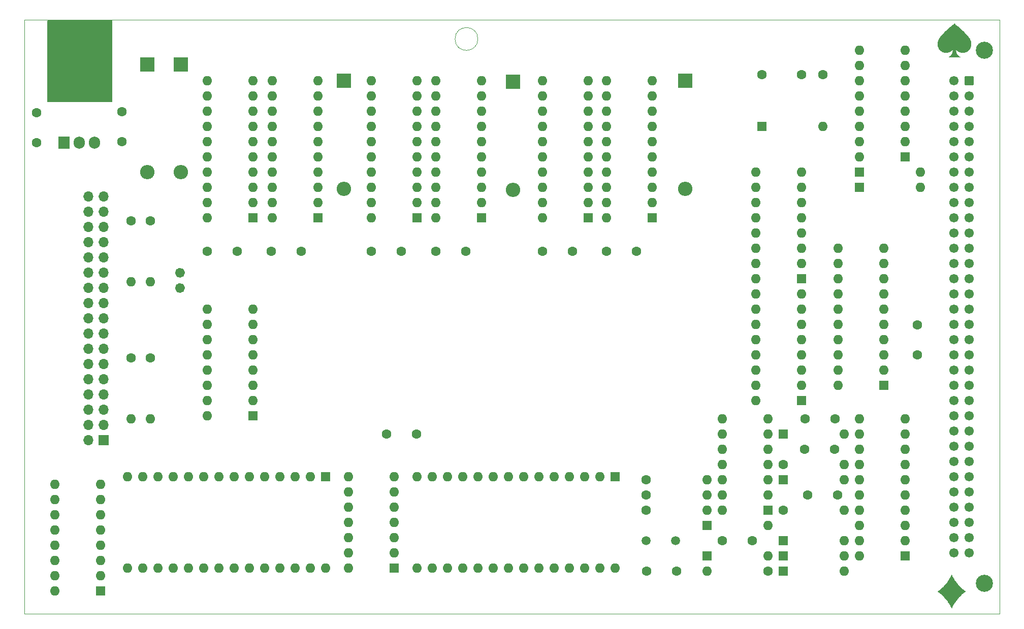
<source format=gbr>
%TF.GenerationSoftware,KiCad,Pcbnew,6.0.8-f2edbf62ab~116~ubuntu22.04.1*%
%TF.CreationDate,2022-10-02T00:14:38+02:00*%
%TF.ProjectId,ql_trump_v2_disk_interface,716c5f74-7275-46d7-905f-76325f646973,01*%
%TF.SameCoordinates,Original*%
%TF.FileFunction,Soldermask,Top*%
%TF.FilePolarity,Negative*%
%FSLAX46Y46*%
G04 Gerber Fmt 4.6, Leading zero omitted, Abs format (unit mm)*
G04 Created by KiCad (PCBNEW 6.0.8-f2edbf62ab~116~ubuntu22.04.1) date 2022-10-02 00:14:38*
%MOMM*%
%LPD*%
G01*
G04 APERTURE LIST*
G04 Aperture macros list*
%AMRoundRect*
0 Rectangle with rounded corners*
0 $1 Rounding radius*
0 $2 $3 $4 $5 $6 $7 $8 $9 X,Y pos of 4 corners*
0 Add a 4 corners polygon primitive as box body*
4,1,4,$2,$3,$4,$5,$6,$7,$8,$9,$2,$3,0*
0 Add four circle primitives for the rounded corners*
1,1,$1+$1,$2,$3*
1,1,$1+$1,$4,$5*
1,1,$1+$1,$6,$7*
1,1,$1+$1,$8,$9*
0 Add four rect primitives between the rounded corners*
20,1,$1+$1,$2,$3,$4,$5,0*
20,1,$1+$1,$4,$5,$6,$7,0*
20,1,$1+$1,$6,$7,$8,$9,0*
20,1,$1+$1,$8,$9,$2,$3,0*%
G04 Aperture macros list end*
%ADD10C,0.010000*%
%ADD11C,0.812000*%
%TA.AperFunction,Profile*%
%ADD12C,0.050000*%
%TD*%
%ADD13O,3.500000X3.500000*%
%ADD14R,1.905000X2.000000*%
%ADD15O,1.905000X2.000000*%
%ADD16R,1.600000X1.600000*%
%ADD17O,1.600000X1.600000*%
%ADD18C,1.600000*%
%ADD19R,2.400000X2.400000*%
%ADD20O,2.400000X2.400000*%
%ADD21C,2.850000*%
%ADD22RoundRect,0.249999X-0.525001X0.525001X-0.525001X-0.525001X0.525001X-0.525001X0.525001X0.525001X0*%
%ADD23C,1.550000*%
%ADD24C,1.500000*%
%ADD25R,1.700000X1.700000*%
%ADD26O,1.700000X1.700000*%
G04 APERTURE END LIST*
D10*
G36*
X193365160Y-136864966D02*
G01*
X193365363Y-136865210D01*
X193365566Y-136865463D01*
X193365768Y-136865723D01*
X193366174Y-136866259D01*
X193366580Y-136866807D01*
X193368907Y-136874136D01*
X193372086Y-136882527D01*
X193376170Y-136892182D01*
X193381212Y-136903306D01*
X193394383Y-136930768D01*
X193412027Y-136966538D01*
X193463770Y-137069922D01*
X193535455Y-137208314D01*
X193578526Y-137288488D01*
X193626281Y-137374835D01*
X193678621Y-137466494D01*
X193735446Y-137562607D01*
X193796683Y-137662352D01*
X193862355Y-137765292D01*
X193932503Y-137871003D01*
X194007167Y-137979066D01*
X194086390Y-138089056D01*
X194170211Y-138200553D01*
X194258671Y-138313134D01*
X194351813Y-138426377D01*
X194449416Y-138539719D01*
X194550247Y-138652054D01*
X194652824Y-138762147D01*
X194755667Y-138868760D01*
X194857295Y-138970658D01*
X194956226Y-139066605D01*
X195050980Y-139155366D01*
X195140075Y-139235703D01*
X195182058Y-139272342D01*
X195222248Y-139306641D01*
X195260645Y-139338681D01*
X195297249Y-139368540D01*
X195332063Y-139396297D01*
X195365086Y-139422031D01*
X195425765Y-139467744D01*
X195479291Y-139506309D01*
X195525672Y-139538359D01*
X195564914Y-139564524D01*
X195597023Y-139585435D01*
X195617771Y-139598734D01*
X195626804Y-139604384D01*
X195635135Y-139609437D01*
X195642909Y-139613946D01*
X195650270Y-139617964D01*
X195657362Y-139621545D01*
X195660852Y-139623188D01*
X195664329Y-139624741D01*
X195657363Y-139627902D01*
X195650271Y-139631466D01*
X195642911Y-139635483D01*
X195635137Y-139640000D01*
X195626805Y-139645066D01*
X195617772Y-139650731D01*
X195597023Y-139664048D01*
X195525673Y-139711108D01*
X195479292Y-139743147D01*
X195425765Y-139781708D01*
X195365087Y-139827428D01*
X195297250Y-139880942D01*
X195222248Y-139942888D01*
X195140075Y-140013901D01*
X195050980Y-140094234D01*
X194956226Y-140182980D01*
X194857295Y-140278908D01*
X194755667Y-140380784D01*
X194652824Y-140487374D01*
X194550247Y-140597447D01*
X194449416Y-140709768D01*
X194351813Y-140823105D01*
X194258671Y-140936384D01*
X194170210Y-141048981D01*
X194086389Y-141160480D01*
X194007167Y-141270463D01*
X193932502Y-141378511D01*
X193862355Y-141484208D01*
X193796683Y-141587135D01*
X193735446Y-141686875D01*
X193678621Y-141782988D01*
X193626281Y-141874648D01*
X193578526Y-141960995D01*
X193535455Y-142041169D01*
X193497170Y-142114311D01*
X193463770Y-142179560D01*
X193412027Y-142282944D01*
X193394385Y-142318663D01*
X193387266Y-142333329D01*
X193381212Y-142346131D01*
X193376169Y-142357268D01*
X193372084Y-142366938D01*
X193370385Y-142371286D01*
X193368906Y-142375341D01*
X193367639Y-142379130D01*
X193366580Y-142382676D01*
X193364957Y-142384751D01*
X193363334Y-142382676D01*
X193360998Y-142375341D01*
X193357815Y-142366938D01*
X193353732Y-142357268D01*
X193348691Y-142346131D01*
X193335518Y-142318663D01*
X193317852Y-142282944D01*
X193266108Y-142179560D01*
X193194423Y-142041169D01*
X193151353Y-141960995D01*
X193103598Y-141874648D01*
X193051258Y-141782988D01*
X192994434Y-141686875D01*
X192933198Y-141587135D01*
X192867530Y-141484208D01*
X192797387Y-141378511D01*
X192722729Y-141270463D01*
X192643512Y-141160480D01*
X192559696Y-141048981D01*
X192471239Y-140936384D01*
X192378099Y-140823105D01*
X192280485Y-140709768D01*
X192179647Y-140597447D01*
X192077065Y-140487374D01*
X191974221Y-140380784D01*
X191872595Y-140278908D01*
X191773668Y-140182980D01*
X191678922Y-140094234D01*
X191589837Y-140013901D01*
X191547848Y-139977221D01*
X191507654Y-139942888D01*
X191469255Y-139910821D01*
X191432648Y-139880942D01*
X191397833Y-139853171D01*
X191364810Y-139827428D01*
X191304131Y-139781708D01*
X191250605Y-139743147D01*
X191204222Y-139711108D01*
X191164975Y-139684954D01*
X191132856Y-139664048D01*
X191112111Y-139650731D01*
X191103081Y-139645066D01*
X191094752Y-139640000D01*
X191086980Y-139635483D01*
X191079620Y-139631466D01*
X191076048Y-139629631D01*
X191072525Y-139627902D01*
X191069031Y-139626274D01*
X191065550Y-139624741D01*
X191072526Y-139621545D01*
X191079622Y-139617964D01*
X191086983Y-139613946D01*
X191094755Y-139609437D01*
X191103083Y-139604384D01*
X191112112Y-139598734D01*
X191132856Y-139585435D01*
X191204222Y-139538359D01*
X191250605Y-139506309D01*
X191304132Y-139467744D01*
X191364810Y-139422031D01*
X191432649Y-139368540D01*
X191507655Y-139306641D01*
X191589837Y-139235703D01*
X191678922Y-139155366D01*
X191773668Y-139066605D01*
X191872595Y-138970658D01*
X191974221Y-138868760D01*
X192077065Y-138762147D01*
X192179647Y-138652054D01*
X192280485Y-138539719D01*
X192378099Y-138426377D01*
X192471239Y-138313134D01*
X192559696Y-138200553D01*
X192643512Y-138089056D01*
X192722728Y-137979066D01*
X192797387Y-137871003D01*
X192867530Y-137765292D01*
X192933198Y-137662352D01*
X192994434Y-137562607D01*
X193051258Y-137466494D01*
X193103598Y-137374835D01*
X193151353Y-137288488D01*
X193194423Y-137208314D01*
X193232708Y-137135172D01*
X193266108Y-137069922D01*
X193317852Y-136966538D01*
X193335522Y-136930768D01*
X193342644Y-136916100D01*
X193348698Y-136903306D01*
X193353738Y-136892182D01*
X193357821Y-136882527D01*
X193359521Y-136878186D01*
X193361001Y-136874136D01*
X193362270Y-136870351D01*
X193363334Y-136866807D01*
X193363740Y-136866259D01*
X193364145Y-136865723D01*
X193364348Y-136865463D01*
X193364551Y-136865210D01*
X193364754Y-136864966D01*
X193364957Y-136864731D01*
X193365160Y-136864966D01*
G37*
X193365160Y-136864966D02*
X193365363Y-136865210D01*
X193365566Y-136865463D01*
X193365768Y-136865723D01*
X193366174Y-136866259D01*
X193366580Y-136866807D01*
X193368907Y-136874136D01*
X193372086Y-136882527D01*
X193376170Y-136892182D01*
X193381212Y-136903306D01*
X193394383Y-136930768D01*
X193412027Y-136966538D01*
X193463770Y-137069922D01*
X193535455Y-137208314D01*
X193578526Y-137288488D01*
X193626281Y-137374835D01*
X193678621Y-137466494D01*
X193735446Y-137562607D01*
X193796683Y-137662352D01*
X193862355Y-137765292D01*
X193932503Y-137871003D01*
X194007167Y-137979066D01*
X194086390Y-138089056D01*
X194170211Y-138200553D01*
X194258671Y-138313134D01*
X194351813Y-138426377D01*
X194449416Y-138539719D01*
X194550247Y-138652054D01*
X194652824Y-138762147D01*
X194755667Y-138868760D01*
X194857295Y-138970658D01*
X194956226Y-139066605D01*
X195050980Y-139155366D01*
X195140075Y-139235703D01*
X195182058Y-139272342D01*
X195222248Y-139306641D01*
X195260645Y-139338681D01*
X195297249Y-139368540D01*
X195332063Y-139396297D01*
X195365086Y-139422031D01*
X195425765Y-139467744D01*
X195479291Y-139506309D01*
X195525672Y-139538359D01*
X195564914Y-139564524D01*
X195597023Y-139585435D01*
X195617771Y-139598734D01*
X195626804Y-139604384D01*
X195635135Y-139609437D01*
X195642909Y-139613946D01*
X195650270Y-139617964D01*
X195657362Y-139621545D01*
X195660852Y-139623188D01*
X195664329Y-139624741D01*
X195657363Y-139627902D01*
X195650271Y-139631466D01*
X195642911Y-139635483D01*
X195635137Y-139640000D01*
X195626805Y-139645066D01*
X195617772Y-139650731D01*
X195597023Y-139664048D01*
X195525673Y-139711108D01*
X195479292Y-139743147D01*
X195425765Y-139781708D01*
X195365087Y-139827428D01*
X195297250Y-139880942D01*
X195222248Y-139942888D01*
X195140075Y-140013901D01*
X195050980Y-140094234D01*
X194956226Y-140182980D01*
X194857295Y-140278908D01*
X194755667Y-140380784D01*
X194652824Y-140487374D01*
X194550247Y-140597447D01*
X194449416Y-140709768D01*
X194351813Y-140823105D01*
X194258671Y-140936384D01*
X194170210Y-141048981D01*
X194086389Y-141160480D01*
X194007167Y-141270463D01*
X193932502Y-141378511D01*
X193862355Y-141484208D01*
X193796683Y-141587135D01*
X193735446Y-141686875D01*
X193678621Y-141782988D01*
X193626281Y-141874648D01*
X193578526Y-141960995D01*
X193535455Y-142041169D01*
X193497170Y-142114311D01*
X193463770Y-142179560D01*
X193412027Y-142282944D01*
X193394385Y-142318663D01*
X193387266Y-142333329D01*
X193381212Y-142346131D01*
X193376169Y-142357268D01*
X193372084Y-142366938D01*
X193370385Y-142371286D01*
X193368906Y-142375341D01*
X193367639Y-142379130D01*
X193366580Y-142382676D01*
X193364957Y-142384751D01*
X193363334Y-142382676D01*
X193360998Y-142375341D01*
X193357815Y-142366938D01*
X193353732Y-142357268D01*
X193348691Y-142346131D01*
X193335518Y-142318663D01*
X193317852Y-142282944D01*
X193266108Y-142179560D01*
X193194423Y-142041169D01*
X193151353Y-141960995D01*
X193103598Y-141874648D01*
X193051258Y-141782988D01*
X192994434Y-141686875D01*
X192933198Y-141587135D01*
X192867530Y-141484208D01*
X192797387Y-141378511D01*
X192722729Y-141270463D01*
X192643512Y-141160480D01*
X192559696Y-141048981D01*
X192471239Y-140936384D01*
X192378099Y-140823105D01*
X192280485Y-140709768D01*
X192179647Y-140597447D01*
X192077065Y-140487374D01*
X191974221Y-140380784D01*
X191872595Y-140278908D01*
X191773668Y-140182980D01*
X191678922Y-140094234D01*
X191589837Y-140013901D01*
X191547848Y-139977221D01*
X191507654Y-139942888D01*
X191469255Y-139910821D01*
X191432648Y-139880942D01*
X191397833Y-139853171D01*
X191364810Y-139827428D01*
X191304131Y-139781708D01*
X191250605Y-139743147D01*
X191204222Y-139711108D01*
X191164975Y-139684954D01*
X191132856Y-139664048D01*
X191112111Y-139650731D01*
X191103081Y-139645066D01*
X191094752Y-139640000D01*
X191086980Y-139635483D01*
X191079620Y-139631466D01*
X191076048Y-139629631D01*
X191072525Y-139627902D01*
X191069031Y-139626274D01*
X191065550Y-139624741D01*
X191072526Y-139621545D01*
X191079622Y-139617964D01*
X191086983Y-139613946D01*
X191094755Y-139609437D01*
X191103083Y-139604384D01*
X191112112Y-139598734D01*
X191132856Y-139585435D01*
X191204222Y-139538359D01*
X191250605Y-139506309D01*
X191304132Y-139467744D01*
X191364810Y-139422031D01*
X191432649Y-139368540D01*
X191507655Y-139306641D01*
X191589837Y-139235703D01*
X191678922Y-139155366D01*
X191773668Y-139066605D01*
X191872595Y-138970658D01*
X191974221Y-138868760D01*
X192077065Y-138762147D01*
X192179647Y-138652054D01*
X192280485Y-138539719D01*
X192378099Y-138426377D01*
X192471239Y-138313134D01*
X192559696Y-138200553D01*
X192643512Y-138089056D01*
X192722728Y-137979066D01*
X192797387Y-137871003D01*
X192867530Y-137765292D01*
X192933198Y-137662352D01*
X192994434Y-137562607D01*
X193051258Y-137466494D01*
X193103598Y-137374835D01*
X193151353Y-137288488D01*
X193194423Y-137208314D01*
X193232708Y-137135172D01*
X193266108Y-137069922D01*
X193317852Y-136966538D01*
X193335522Y-136930768D01*
X193342644Y-136916100D01*
X193348698Y-136903306D01*
X193353738Y-136892182D01*
X193357821Y-136882527D01*
X193359521Y-136878186D01*
X193361001Y-136874136D01*
X193362270Y-136870351D01*
X193363334Y-136866807D01*
X193363740Y-136866259D01*
X193364145Y-136865723D01*
X193364348Y-136865463D01*
X193364551Y-136865210D01*
X193364754Y-136864966D01*
X193364957Y-136864731D01*
X193365160Y-136864966D01*
D11*
X65176000Y-89027000D02*
G75*
G03*
X65176000Y-89027000I-406000J0D01*
G01*
D10*
G36*
X194041864Y-45110732D02*
G01*
X194265583Y-45294922D01*
X194495796Y-45489619D01*
X194614355Y-45592534D01*
X194735757Y-45700028D01*
X194860111Y-45812524D01*
X194986266Y-45928935D01*
X195112779Y-46047923D01*
X195238207Y-46168152D01*
X195361109Y-46288284D01*
X195480039Y-46406981D01*
X195593557Y-46522906D01*
X195700219Y-46634720D01*
X195798887Y-46741421D01*
X195889659Y-46843035D01*
X195972941Y-46939915D01*
X196049139Y-47032410D01*
X196118658Y-47120871D01*
X196181904Y-47205649D01*
X196239284Y-47287093D01*
X196291202Y-47365555D01*
X196315232Y-47403770D01*
X196338033Y-47441341D01*
X196359640Y-47478293D01*
X196380086Y-47514649D01*
X196399406Y-47550433D01*
X196417635Y-47585668D01*
X196434806Y-47620378D01*
X196450954Y-47654587D01*
X196466113Y-47688318D01*
X196480318Y-47721595D01*
X196506000Y-47786881D01*
X196528274Y-47850633D01*
X196547415Y-47913041D01*
X196563646Y-47974373D01*
X196570682Y-48004742D01*
X196576994Y-48034991D01*
X196582580Y-48065178D01*
X196587437Y-48095360D01*
X196591563Y-48125597D01*
X196594954Y-48155945D01*
X196597609Y-48186464D01*
X196599524Y-48217212D01*
X196600697Y-48248245D01*
X196601125Y-48279624D01*
X196600805Y-48311405D01*
X196599736Y-48343646D01*
X196597913Y-48376407D01*
X196595335Y-48409745D01*
X196587859Y-48478226D01*
X196577120Y-48548762D01*
X196570453Y-48584649D01*
X196562884Y-48620869D01*
X196554382Y-48657360D01*
X196544920Y-48694062D01*
X196534467Y-48730914D01*
X196522995Y-48767855D01*
X196510475Y-48804826D01*
X196496878Y-48841765D01*
X196482175Y-48878612D01*
X196466336Y-48915305D01*
X196449333Y-48951786D01*
X196431137Y-48987992D01*
X196411732Y-49023819D01*
X196391153Y-49059258D01*
X196369446Y-49094249D01*
X196346658Y-49128737D01*
X196322832Y-49162663D01*
X196298016Y-49195970D01*
X196272255Y-49228601D01*
X196245594Y-49260499D01*
X196218079Y-49291605D01*
X196189756Y-49321863D01*
X196160670Y-49351214D01*
X196130868Y-49379603D01*
X196100394Y-49406971D01*
X196069295Y-49433261D01*
X196037616Y-49458415D01*
X196005403Y-49482377D01*
X195972691Y-49505078D01*
X195939508Y-49526552D01*
X195905869Y-49546819D01*
X195871787Y-49565903D01*
X195837278Y-49583826D01*
X195802355Y-49600608D01*
X195767034Y-49616274D01*
X195731328Y-49630845D01*
X195695252Y-49644342D01*
X195658820Y-49656789D01*
X195622047Y-49668208D01*
X195584947Y-49678620D01*
X195547534Y-49688048D01*
X195509824Y-49696514D01*
X195471829Y-49704040D01*
X195433566Y-49710648D01*
X195395042Y-49716376D01*
X195356284Y-49721182D01*
X195317311Y-49725040D01*
X195278142Y-49727923D01*
X195238795Y-49729806D01*
X195199290Y-49730662D01*
X195159647Y-49730464D01*
X195119883Y-49729188D01*
X195080019Y-49726805D01*
X195040072Y-49723290D01*
X195000063Y-49718617D01*
X194960011Y-49712760D01*
X194919933Y-49705691D01*
X194879851Y-49697385D01*
X194839782Y-49687816D01*
X194799745Y-49676957D01*
X194759768Y-49664771D01*
X194719911Y-49651306D01*
X194680243Y-49636594D01*
X194640830Y-49620665D01*
X194601740Y-49603551D01*
X194563042Y-49585283D01*
X194524802Y-49565893D01*
X194487090Y-49545411D01*
X194449971Y-49523869D01*
X194413515Y-49501298D01*
X194377789Y-49477730D01*
X194342860Y-49453196D01*
X194308797Y-49427727D01*
X194275667Y-49401355D01*
X194243538Y-49374110D01*
X194212478Y-49346024D01*
X194190237Y-49324763D01*
X194168608Y-49303105D01*
X194147559Y-49281063D01*
X194127058Y-49258652D01*
X194107070Y-49235887D01*
X194087565Y-49212781D01*
X194068509Y-49189348D01*
X194049869Y-49165604D01*
X194054078Y-49250763D01*
X194058592Y-49331620D01*
X194063777Y-49408814D01*
X194069999Y-49482987D01*
X194074640Y-49529050D01*
X194079946Y-49574751D01*
X194086015Y-49619923D01*
X194092946Y-49664399D01*
X194100837Y-49708010D01*
X194109787Y-49750590D01*
X194119895Y-49791971D01*
X194131258Y-49831986D01*
X194137441Y-49851415D01*
X194143975Y-49870489D01*
X194150871Y-49889234D01*
X194158142Y-49907675D01*
X194165801Y-49925838D01*
X194173859Y-49943748D01*
X194182329Y-49961431D01*
X194191224Y-49978913D01*
X194200556Y-49996218D01*
X194210336Y-50013374D01*
X194220578Y-50030404D01*
X194231294Y-50047335D01*
X194242497Y-50064193D01*
X194254197Y-50081002D01*
X194266409Y-50097789D01*
X194279144Y-50114579D01*
X194292411Y-50131407D01*
X194306168Y-50148220D01*
X194320373Y-50164973D01*
X194334983Y-50181626D01*
X194349956Y-50198136D01*
X194365249Y-50214460D01*
X194380819Y-50230557D01*
X194396625Y-50246384D01*
X194412622Y-50261900D01*
X194428769Y-50277061D01*
X194445024Y-50291826D01*
X194461342Y-50306153D01*
X194477683Y-50319999D01*
X194494002Y-50333322D01*
X194510259Y-50346080D01*
X194526409Y-50358231D01*
X194542409Y-50369743D01*
X194558210Y-50380623D01*
X194573763Y-50390885D01*
X194589021Y-50400544D01*
X194603933Y-50409613D01*
X194618452Y-50418107D01*
X194632529Y-50426040D01*
X194646114Y-50433426D01*
X194671617Y-50446618D01*
X194694572Y-50457795D01*
X194714589Y-50467072D01*
X194731278Y-50474564D01*
X194743841Y-50480404D01*
X194747843Y-50482761D01*
X194749856Y-50484774D01*
X194750005Y-50485660D01*
X194749524Y-50486468D01*
X194746494Y-50487866D01*
X194740414Y-50488991D01*
X194730930Y-50489869D01*
X194700334Y-50490973D01*
X194651878Y-50491370D01*
X194490079Y-50490799D01*
X193821383Y-50487992D01*
X193152680Y-50490799D01*
X193060029Y-50491248D01*
X193022698Y-50491362D01*
X192990891Y-50491370D01*
X192964255Y-50491248D01*
X192942437Y-50490973D01*
X192925084Y-50490521D01*
X192917971Y-50490222D01*
X192911842Y-50489869D01*
X192906652Y-50489460D01*
X192902357Y-50488991D01*
X192898913Y-50488461D01*
X192896276Y-50487866D01*
X192894402Y-50487202D01*
X192893737Y-50486844D01*
X192893246Y-50486468D01*
X192892924Y-50486073D01*
X192892765Y-50485660D01*
X192892763Y-50485227D01*
X192892914Y-50484774D01*
X192893210Y-50484302D01*
X192893648Y-50483809D01*
X192894925Y-50482761D01*
X192896699Y-50481627D01*
X192898927Y-50480404D01*
X192904566Y-50477679D01*
X192911488Y-50474564D01*
X192948189Y-50457795D01*
X192971142Y-50446618D01*
X192996643Y-50433426D01*
X193024304Y-50418107D01*
X193053736Y-50400544D01*
X193068994Y-50390885D01*
X193084548Y-50380623D01*
X193100351Y-50369743D01*
X193116352Y-50358231D01*
X193132503Y-50346080D01*
X193148761Y-50333322D01*
X193165081Y-50319999D01*
X193181423Y-50306153D01*
X193197742Y-50291826D01*
X193213997Y-50277061D01*
X193246142Y-50246384D01*
X193277517Y-50214460D01*
X193292809Y-50198136D01*
X193307781Y-50181626D01*
X193322389Y-50164973D01*
X193336592Y-50148220D01*
X193350346Y-50131407D01*
X193363609Y-50114579D01*
X193376346Y-50097789D01*
X193388560Y-50081002D01*
X193400263Y-50064193D01*
X193411467Y-50047335D01*
X193422184Y-50030404D01*
X193432428Y-50013374D01*
X193442210Y-49996218D01*
X193451542Y-49978913D01*
X193460437Y-49961431D01*
X193468908Y-49943748D01*
X193476967Y-49925838D01*
X193484626Y-49907675D01*
X193491897Y-49889234D01*
X193498793Y-49870489D01*
X193505326Y-49851415D01*
X193511509Y-49831986D01*
X193522873Y-49791971D01*
X193532980Y-49750590D01*
X193541931Y-49708010D01*
X193549822Y-49664399D01*
X193556753Y-49619923D01*
X193562822Y-49574751D01*
X193568127Y-49529050D01*
X193572766Y-49482987D01*
X193578984Y-49408814D01*
X193584163Y-49331620D01*
X193588675Y-49250763D01*
X193592895Y-49165604D01*
X193574250Y-49189313D01*
X193555187Y-49212729D01*
X193535676Y-49235833D01*
X193515683Y-49258606D01*
X193495176Y-49281031D01*
X193474122Y-49303088D01*
X193452489Y-49324758D01*
X193430245Y-49346024D01*
X193399182Y-49374110D01*
X193367051Y-49401355D01*
X193333918Y-49427727D01*
X193299852Y-49453196D01*
X193264920Y-49477730D01*
X193229190Y-49501298D01*
X193192730Y-49523869D01*
X193155608Y-49545411D01*
X193117892Y-49565893D01*
X193079649Y-49585283D01*
X193040948Y-49603551D01*
X193001856Y-49620665D01*
X192962441Y-49636594D01*
X192922771Y-49651306D01*
X192882913Y-49664771D01*
X192842937Y-49676957D01*
X192792884Y-49690315D01*
X192742788Y-49701674D01*
X192692686Y-49711085D01*
X192642615Y-49718598D01*
X192592613Y-49724263D01*
X192542717Y-49728129D01*
X192492964Y-49730247D01*
X192443392Y-49730668D01*
X192413752Y-49730143D01*
X192384200Y-49729033D01*
X192354745Y-49727348D01*
X192325392Y-49725098D01*
X192296151Y-49722293D01*
X192267027Y-49718943D01*
X192238029Y-49715058D01*
X192209164Y-49710648D01*
X192170898Y-49704040D01*
X192132900Y-49696514D01*
X192095186Y-49688048D01*
X192057768Y-49678620D01*
X192020664Y-49668208D01*
X191983886Y-49656789D01*
X191947449Y-49644342D01*
X191911368Y-49630845D01*
X191875658Y-49616274D01*
X191840333Y-49600608D01*
X191805407Y-49583826D01*
X191770896Y-49565903D01*
X191736813Y-49546819D01*
X191703174Y-49526552D01*
X191669993Y-49505078D01*
X191637284Y-49482377D01*
X191605068Y-49458415D01*
X191573387Y-49433261D01*
X191542286Y-49406971D01*
X191511810Y-49379603D01*
X191482006Y-49351214D01*
X191452919Y-49321863D01*
X191424595Y-49291605D01*
X191397079Y-49260499D01*
X191370418Y-49228601D01*
X191344656Y-49195970D01*
X191319840Y-49162663D01*
X191296016Y-49128737D01*
X191273228Y-49094249D01*
X191251523Y-49059258D01*
X191230946Y-49023819D01*
X191211543Y-48987992D01*
X191193348Y-48951786D01*
X191176346Y-48915305D01*
X191160508Y-48878612D01*
X191145804Y-48841765D01*
X191132206Y-48804826D01*
X191119684Y-48767855D01*
X191108211Y-48730914D01*
X191097758Y-48694062D01*
X191088294Y-48657360D01*
X191079792Y-48620869D01*
X191072223Y-48584649D01*
X191065557Y-48548762D01*
X191054821Y-48478226D01*
X191047354Y-48409745D01*
X191044778Y-48376407D01*
X191042959Y-48343646D01*
X191041894Y-48311405D01*
X191041579Y-48279624D01*
X191042013Y-48248245D01*
X191043191Y-48217212D01*
X191045112Y-48186464D01*
X191047772Y-48155945D01*
X191051168Y-48125597D01*
X191055298Y-48095360D01*
X191060158Y-48065178D01*
X191065745Y-48034991D01*
X191072058Y-48004742D01*
X191079092Y-47974373D01*
X191095313Y-47913041D01*
X191114449Y-47850633D01*
X191136715Y-47786881D01*
X191162388Y-47721595D01*
X191191742Y-47654587D01*
X191225053Y-47585668D01*
X191262596Y-47514649D01*
X191304647Y-47441341D01*
X191351481Y-47365555D01*
X191403394Y-47287093D01*
X191460770Y-47205649D01*
X191524014Y-47120871D01*
X191593532Y-47032410D01*
X191669729Y-46939915D01*
X191753011Y-46843035D01*
X191843783Y-46741421D01*
X191942452Y-46634720D01*
X192049116Y-46522906D01*
X192162640Y-46406981D01*
X192281580Y-46288284D01*
X192404492Y-46168152D01*
X192529930Y-46047923D01*
X192656450Y-45928935D01*
X192782608Y-45812524D01*
X192906959Y-45700028D01*
X193028367Y-45592534D01*
X193146933Y-45489619D01*
X193263063Y-45390632D01*
X193377162Y-45294922D01*
X193600894Y-45110732D01*
X193821375Y-44931840D01*
X193821390Y-44931840D01*
X194041864Y-45110732D01*
G37*
X194041864Y-45110732D02*
X194265583Y-45294922D01*
X194495796Y-45489619D01*
X194614355Y-45592534D01*
X194735757Y-45700028D01*
X194860111Y-45812524D01*
X194986266Y-45928935D01*
X195112779Y-46047923D01*
X195238207Y-46168152D01*
X195361109Y-46288284D01*
X195480039Y-46406981D01*
X195593557Y-46522906D01*
X195700219Y-46634720D01*
X195798887Y-46741421D01*
X195889659Y-46843035D01*
X195972941Y-46939915D01*
X196049139Y-47032410D01*
X196118658Y-47120871D01*
X196181904Y-47205649D01*
X196239284Y-47287093D01*
X196291202Y-47365555D01*
X196315232Y-47403770D01*
X196338033Y-47441341D01*
X196359640Y-47478293D01*
X196380086Y-47514649D01*
X196399406Y-47550433D01*
X196417635Y-47585668D01*
X196434806Y-47620378D01*
X196450954Y-47654587D01*
X196466113Y-47688318D01*
X196480318Y-47721595D01*
X196506000Y-47786881D01*
X196528274Y-47850633D01*
X196547415Y-47913041D01*
X196563646Y-47974373D01*
X196570682Y-48004742D01*
X196576994Y-48034991D01*
X196582580Y-48065178D01*
X196587437Y-48095360D01*
X196591563Y-48125597D01*
X196594954Y-48155945D01*
X196597609Y-48186464D01*
X196599524Y-48217212D01*
X196600697Y-48248245D01*
X196601125Y-48279624D01*
X196600805Y-48311405D01*
X196599736Y-48343646D01*
X196597913Y-48376407D01*
X196595335Y-48409745D01*
X196587859Y-48478226D01*
X196577120Y-48548762D01*
X196570453Y-48584649D01*
X196562884Y-48620869D01*
X196554382Y-48657360D01*
X196544920Y-48694062D01*
X196534467Y-48730914D01*
X196522995Y-48767855D01*
X196510475Y-48804826D01*
X196496878Y-48841765D01*
X196482175Y-48878612D01*
X196466336Y-48915305D01*
X196449333Y-48951786D01*
X196431137Y-48987992D01*
X196411732Y-49023819D01*
X196391153Y-49059258D01*
X196369446Y-49094249D01*
X196346658Y-49128737D01*
X196322832Y-49162663D01*
X196298016Y-49195970D01*
X196272255Y-49228601D01*
X196245594Y-49260499D01*
X196218079Y-49291605D01*
X196189756Y-49321863D01*
X196160670Y-49351214D01*
X196130868Y-49379603D01*
X196100394Y-49406971D01*
X196069295Y-49433261D01*
X196037616Y-49458415D01*
X196005403Y-49482377D01*
X195972691Y-49505078D01*
X195939508Y-49526552D01*
X195905869Y-49546819D01*
X195871787Y-49565903D01*
X195837278Y-49583826D01*
X195802355Y-49600608D01*
X195767034Y-49616274D01*
X195731328Y-49630845D01*
X195695252Y-49644342D01*
X195658820Y-49656789D01*
X195622047Y-49668208D01*
X195584947Y-49678620D01*
X195547534Y-49688048D01*
X195509824Y-49696514D01*
X195471829Y-49704040D01*
X195433566Y-49710648D01*
X195395042Y-49716376D01*
X195356284Y-49721182D01*
X195317311Y-49725040D01*
X195278142Y-49727923D01*
X195238795Y-49729806D01*
X195199290Y-49730662D01*
X195159647Y-49730464D01*
X195119883Y-49729188D01*
X195080019Y-49726805D01*
X195040072Y-49723290D01*
X195000063Y-49718617D01*
X194960011Y-49712760D01*
X194919933Y-49705691D01*
X194879851Y-49697385D01*
X194839782Y-49687816D01*
X194799745Y-49676957D01*
X194759768Y-49664771D01*
X194719911Y-49651306D01*
X194680243Y-49636594D01*
X194640830Y-49620665D01*
X194601740Y-49603551D01*
X194563042Y-49585283D01*
X194524802Y-49565893D01*
X194487090Y-49545411D01*
X194449971Y-49523869D01*
X194413515Y-49501298D01*
X194377789Y-49477730D01*
X194342860Y-49453196D01*
X194308797Y-49427727D01*
X194275667Y-49401355D01*
X194243538Y-49374110D01*
X194212478Y-49346024D01*
X194190237Y-49324763D01*
X194168608Y-49303105D01*
X194147559Y-49281063D01*
X194127058Y-49258652D01*
X194107070Y-49235887D01*
X194087565Y-49212781D01*
X194068509Y-49189348D01*
X194049869Y-49165604D01*
X194054078Y-49250763D01*
X194058592Y-49331620D01*
X194063777Y-49408814D01*
X194069999Y-49482987D01*
X194074640Y-49529050D01*
X194079946Y-49574751D01*
X194086015Y-49619923D01*
X194092946Y-49664399D01*
X194100837Y-49708010D01*
X194109787Y-49750590D01*
X194119895Y-49791971D01*
X194131258Y-49831986D01*
X194137441Y-49851415D01*
X194143975Y-49870489D01*
X194150871Y-49889234D01*
X194158142Y-49907675D01*
X194165801Y-49925838D01*
X194173859Y-49943748D01*
X194182329Y-49961431D01*
X194191224Y-49978913D01*
X194200556Y-49996218D01*
X194210336Y-50013374D01*
X194220578Y-50030404D01*
X194231294Y-50047335D01*
X194242497Y-50064193D01*
X194254197Y-50081002D01*
X194266409Y-50097789D01*
X194279144Y-50114579D01*
X194292411Y-50131407D01*
X194306168Y-50148220D01*
X194320373Y-50164973D01*
X194334983Y-50181626D01*
X194349956Y-50198136D01*
X194365249Y-50214460D01*
X194380819Y-50230557D01*
X194396625Y-50246384D01*
X194412622Y-50261900D01*
X194428769Y-50277061D01*
X194445024Y-50291826D01*
X194461342Y-50306153D01*
X194477683Y-50319999D01*
X194494002Y-50333322D01*
X194510259Y-50346080D01*
X194526409Y-50358231D01*
X194542409Y-50369743D01*
X194558210Y-50380623D01*
X194573763Y-50390885D01*
X194589021Y-50400544D01*
X194603933Y-50409613D01*
X194618452Y-50418107D01*
X194632529Y-50426040D01*
X194646114Y-50433426D01*
X194671617Y-50446618D01*
X194694572Y-50457795D01*
X194714589Y-50467072D01*
X194731278Y-50474564D01*
X194743841Y-50480404D01*
X194747843Y-50482761D01*
X194749856Y-50484774D01*
X194750005Y-50485660D01*
X194749524Y-50486468D01*
X194746494Y-50487866D01*
X194740414Y-50488991D01*
X194730930Y-50489869D01*
X194700334Y-50490973D01*
X194651878Y-50491370D01*
X194490079Y-50490799D01*
X193821383Y-50487992D01*
X193152680Y-50490799D01*
X193060029Y-50491248D01*
X193022698Y-50491362D01*
X192990891Y-50491370D01*
X192964255Y-50491248D01*
X192942437Y-50490973D01*
X192925084Y-50490521D01*
X192917971Y-50490222D01*
X192911842Y-50489869D01*
X192906652Y-50489460D01*
X192902357Y-50488991D01*
X192898913Y-50488461D01*
X192896276Y-50487866D01*
X192894402Y-50487202D01*
X192893737Y-50486844D01*
X192893246Y-50486468D01*
X192892924Y-50486073D01*
X192892765Y-50485660D01*
X192892763Y-50485227D01*
X192892914Y-50484774D01*
X192893210Y-50484302D01*
X192893648Y-50483809D01*
X192894925Y-50482761D01*
X192896699Y-50481627D01*
X192898927Y-50480404D01*
X192904566Y-50477679D01*
X192911488Y-50474564D01*
X192948189Y-50457795D01*
X192971142Y-50446618D01*
X192996643Y-50433426D01*
X193024304Y-50418107D01*
X193053736Y-50400544D01*
X193068994Y-50390885D01*
X193084548Y-50380623D01*
X193100351Y-50369743D01*
X193116352Y-50358231D01*
X193132503Y-50346080D01*
X193148761Y-50333322D01*
X193165081Y-50319999D01*
X193181423Y-50306153D01*
X193197742Y-50291826D01*
X193213997Y-50277061D01*
X193246142Y-50246384D01*
X193277517Y-50214460D01*
X193292809Y-50198136D01*
X193307781Y-50181626D01*
X193322389Y-50164973D01*
X193336592Y-50148220D01*
X193350346Y-50131407D01*
X193363609Y-50114579D01*
X193376346Y-50097789D01*
X193388560Y-50081002D01*
X193400263Y-50064193D01*
X193411467Y-50047335D01*
X193422184Y-50030404D01*
X193432428Y-50013374D01*
X193442210Y-49996218D01*
X193451542Y-49978913D01*
X193460437Y-49961431D01*
X193468908Y-49943748D01*
X193476967Y-49925838D01*
X193484626Y-49907675D01*
X193491897Y-49889234D01*
X193498793Y-49870489D01*
X193505326Y-49851415D01*
X193511509Y-49831986D01*
X193522873Y-49791971D01*
X193532980Y-49750590D01*
X193541931Y-49708010D01*
X193549822Y-49664399D01*
X193556753Y-49619923D01*
X193562822Y-49574751D01*
X193568127Y-49529050D01*
X193572766Y-49482987D01*
X193578984Y-49408814D01*
X193584163Y-49331620D01*
X193588675Y-49250763D01*
X193592895Y-49165604D01*
X193574250Y-49189313D01*
X193555187Y-49212729D01*
X193535676Y-49235833D01*
X193515683Y-49258606D01*
X193495176Y-49281031D01*
X193474122Y-49303088D01*
X193452489Y-49324758D01*
X193430245Y-49346024D01*
X193399182Y-49374110D01*
X193367051Y-49401355D01*
X193333918Y-49427727D01*
X193299852Y-49453196D01*
X193264920Y-49477730D01*
X193229190Y-49501298D01*
X193192730Y-49523869D01*
X193155608Y-49545411D01*
X193117892Y-49565893D01*
X193079649Y-49585283D01*
X193040948Y-49603551D01*
X193001856Y-49620665D01*
X192962441Y-49636594D01*
X192922771Y-49651306D01*
X192882913Y-49664771D01*
X192842937Y-49676957D01*
X192792884Y-49690315D01*
X192742788Y-49701674D01*
X192692686Y-49711085D01*
X192642615Y-49718598D01*
X192592613Y-49724263D01*
X192542717Y-49728129D01*
X192492964Y-49730247D01*
X192443392Y-49730668D01*
X192413752Y-49730143D01*
X192384200Y-49729033D01*
X192354745Y-49727348D01*
X192325392Y-49725098D01*
X192296151Y-49722293D01*
X192267027Y-49718943D01*
X192238029Y-49715058D01*
X192209164Y-49710648D01*
X192170898Y-49704040D01*
X192132900Y-49696514D01*
X192095186Y-49688048D01*
X192057768Y-49678620D01*
X192020664Y-49668208D01*
X191983886Y-49656789D01*
X191947449Y-49644342D01*
X191911368Y-49630845D01*
X191875658Y-49616274D01*
X191840333Y-49600608D01*
X191805407Y-49583826D01*
X191770896Y-49565903D01*
X191736813Y-49546819D01*
X191703174Y-49526552D01*
X191669993Y-49505078D01*
X191637284Y-49482377D01*
X191605068Y-49458415D01*
X191573387Y-49433261D01*
X191542286Y-49406971D01*
X191511810Y-49379603D01*
X191482006Y-49351214D01*
X191452919Y-49321863D01*
X191424595Y-49291605D01*
X191397079Y-49260499D01*
X191370418Y-49228601D01*
X191344656Y-49195970D01*
X191319840Y-49162663D01*
X191296016Y-49128737D01*
X191273228Y-49094249D01*
X191251523Y-49059258D01*
X191230946Y-49023819D01*
X191211543Y-48987992D01*
X191193348Y-48951786D01*
X191176346Y-48915305D01*
X191160508Y-48878612D01*
X191145804Y-48841765D01*
X191132206Y-48804826D01*
X191119684Y-48767855D01*
X191108211Y-48730914D01*
X191097758Y-48694062D01*
X191088294Y-48657360D01*
X191079792Y-48620869D01*
X191072223Y-48584649D01*
X191065557Y-48548762D01*
X191054821Y-48478226D01*
X191047354Y-48409745D01*
X191044778Y-48376407D01*
X191042959Y-48343646D01*
X191041894Y-48311405D01*
X191041579Y-48279624D01*
X191042013Y-48248245D01*
X191043191Y-48217212D01*
X191045112Y-48186464D01*
X191047772Y-48155945D01*
X191051168Y-48125597D01*
X191055298Y-48095360D01*
X191060158Y-48065178D01*
X191065745Y-48034991D01*
X191072058Y-48004742D01*
X191079092Y-47974373D01*
X191095313Y-47913041D01*
X191114449Y-47850633D01*
X191136715Y-47786881D01*
X191162388Y-47721595D01*
X191191742Y-47654587D01*
X191225053Y-47585668D01*
X191262596Y-47514649D01*
X191304647Y-47441341D01*
X191351481Y-47365555D01*
X191403394Y-47287093D01*
X191460770Y-47205649D01*
X191524014Y-47120871D01*
X191593532Y-47032410D01*
X191669729Y-46939915D01*
X191753011Y-46843035D01*
X191843783Y-46741421D01*
X191942452Y-46634720D01*
X192049116Y-46522906D01*
X192162640Y-46406981D01*
X192281580Y-46288284D01*
X192404492Y-46168152D01*
X192529930Y-46047923D01*
X192656450Y-45928935D01*
X192782608Y-45812524D01*
X192906959Y-45700028D01*
X193028367Y-45592534D01*
X193146933Y-45489619D01*
X193263063Y-45390632D01*
X193377162Y-45294922D01*
X193600894Y-45110732D01*
X193821375Y-44931840D01*
X193821390Y-44931840D01*
X194041864Y-45110732D01*
D11*
X65176000Y-86487000D02*
G75*
G03*
X65176000Y-86487000I-406000J0D01*
G01*
D12*
X201422000Y-44323000D02*
X38862000Y-44323000D01*
X201422000Y-143383000D02*
X201422000Y-44323000D01*
X38862000Y-44323000D02*
X38862000Y-143344900D01*
X114427000Y-47498000D02*
G75*
G03*
X114427000Y-47498000I-1905000J0D01*
G01*
X38862000Y-143344900D02*
X201422000Y-143383000D01*
D13*
%TO.C,U18*%
X48006000Y-48133000D03*
D14*
X45466000Y-64793000D03*
D15*
X48006000Y-64793000D03*
X50546000Y-64793000D03*
%TD*%
D16*
%TO.C,U6*%
X168402000Y-87503000D03*
D17*
X168402000Y-84963000D03*
X168402000Y-82423000D03*
X168402000Y-79883000D03*
X168402000Y-77343000D03*
X168402000Y-74803000D03*
X168402000Y-72263000D03*
X168402000Y-69723000D03*
X160782000Y-69723000D03*
X160782000Y-72263000D03*
X160782000Y-74803000D03*
X160782000Y-77343000D03*
X160782000Y-79883000D03*
X160782000Y-82423000D03*
X160782000Y-84963000D03*
X160782000Y-87503000D03*
%TD*%
D18*
%TO.C,C3*%
X173910000Y-115951000D03*
X168910000Y-115951000D03*
%TD*%
%TO.C,C15*%
X40894000Y-59793000D03*
X40894000Y-64793000D03*
%TD*%
D19*
%TO.C,C25*%
X148982500Y-54483000D03*
D20*
X148982500Y-72483000D03*
%TD*%
D16*
%TO.C,U10*%
X104257000Y-77338000D03*
D17*
X104257000Y-74798000D03*
X104257000Y-72258000D03*
X104257000Y-69718000D03*
X104257000Y-67178000D03*
X104257000Y-64638000D03*
X104257000Y-62098000D03*
X104257000Y-59558000D03*
X104257000Y-57018000D03*
X104257000Y-54478000D03*
X96637000Y-54478000D03*
X96637000Y-57018000D03*
X96637000Y-59558000D03*
X96637000Y-62098000D03*
X96637000Y-64638000D03*
X96637000Y-67178000D03*
X96637000Y-69718000D03*
X96637000Y-72258000D03*
X96637000Y-74798000D03*
X96637000Y-77338000D03*
%TD*%
D18*
%TO.C,R4*%
X142494000Y-121031000D03*
D17*
X152654000Y-121031000D03*
%TD*%
D16*
%TO.C,U2*%
X182118000Y-105283000D03*
D17*
X182118000Y-102743000D03*
X182118000Y-100203000D03*
X182118000Y-97663000D03*
X182118000Y-95123000D03*
X182118000Y-92583000D03*
X182118000Y-90043000D03*
X182118000Y-87503000D03*
X182118000Y-84963000D03*
X182118000Y-82423000D03*
X174498000Y-82423000D03*
X174498000Y-84963000D03*
X174498000Y-87503000D03*
X174498000Y-90043000D03*
X174498000Y-92583000D03*
X174498000Y-95123000D03*
X174498000Y-97663000D03*
X174498000Y-100203000D03*
X174498000Y-102743000D03*
X174498000Y-105283000D03*
%TD*%
D16*
%TO.C,U7*%
X143510000Y-77343000D03*
D17*
X143510000Y-74803000D03*
X143510000Y-72263000D03*
X143510000Y-69723000D03*
X143510000Y-67183000D03*
X143510000Y-64643000D03*
X143510000Y-62103000D03*
X143510000Y-59563000D03*
X143510000Y-57023000D03*
X143510000Y-54483000D03*
X135890000Y-54483000D03*
X135890000Y-57023000D03*
X135890000Y-59563000D03*
X135890000Y-62103000D03*
X135890000Y-64643000D03*
X135890000Y-67183000D03*
X135890000Y-69723000D03*
X135890000Y-72263000D03*
X135890000Y-74803000D03*
X135890000Y-77343000D03*
%TD*%
D16*
%TO.C,U14*%
X137287000Y-120523000D03*
D17*
X134747000Y-120523000D03*
X132207000Y-120523000D03*
X129667000Y-120523000D03*
X127127000Y-120523000D03*
X124587000Y-120523000D03*
X122047000Y-120523000D03*
X119507000Y-120523000D03*
X116967000Y-120523000D03*
X114427000Y-120523000D03*
X111887000Y-120523000D03*
X109347000Y-120523000D03*
X106807000Y-120523000D03*
X104267000Y-120523000D03*
X104267000Y-135763000D03*
X106807000Y-135763000D03*
X109347000Y-135763000D03*
X111887000Y-135763000D03*
X114427000Y-135763000D03*
X116967000Y-135763000D03*
X119507000Y-135763000D03*
X122047000Y-135763000D03*
X124587000Y-135763000D03*
X127127000Y-135763000D03*
X129667000Y-135763000D03*
X132207000Y-135763000D03*
X134747000Y-135763000D03*
X137287000Y-135763000D03*
%TD*%
D16*
%TO.C,D8*%
X165354000Y-136271000D03*
D17*
X175514000Y-136271000D03*
%TD*%
D21*
%TO.C,J1*%
X198882000Y-138303000D03*
X198882000Y-49403000D03*
D22*
X196342000Y-54483000D03*
D23*
X196342000Y-57023000D03*
X196342000Y-59563000D03*
X196342000Y-62103000D03*
X196342000Y-64643000D03*
X196342000Y-67183000D03*
X196342000Y-69723000D03*
X196342000Y-72263000D03*
X196342000Y-74803000D03*
X196342000Y-77343000D03*
X196342000Y-79883000D03*
X196342000Y-82423000D03*
X196342000Y-84963000D03*
X196342000Y-87503000D03*
X196342000Y-90043000D03*
X196342000Y-92583000D03*
X196342000Y-95123000D03*
X196342000Y-97663000D03*
X196342000Y-100203000D03*
X196342000Y-102743000D03*
X196342000Y-105283000D03*
X196342000Y-107823000D03*
X196342000Y-110363000D03*
X196342000Y-112903000D03*
X196342000Y-115443000D03*
X196342000Y-117983000D03*
X196342000Y-120523000D03*
X196342000Y-123063000D03*
X196342000Y-125603000D03*
X196342000Y-128143000D03*
X196342000Y-130683000D03*
X196342000Y-133223000D03*
X193802000Y-54483000D03*
X193802000Y-57023000D03*
X193802000Y-59563000D03*
X193802000Y-62103000D03*
X193802000Y-64643000D03*
X193802000Y-67183000D03*
X193802000Y-69723000D03*
X193802000Y-72263000D03*
X193802000Y-74803000D03*
X193802000Y-77343000D03*
X193802000Y-79883000D03*
X193802000Y-82423000D03*
X193802000Y-84963000D03*
X193802000Y-87503000D03*
X193802000Y-90043000D03*
X193802000Y-92583000D03*
X193802000Y-95123000D03*
X193802000Y-97663000D03*
X193802000Y-100203000D03*
X193802000Y-102743000D03*
X193802000Y-105283000D03*
X193802000Y-107823000D03*
X193802000Y-110363000D03*
X193802000Y-112903000D03*
X193802000Y-115443000D03*
X193802000Y-117983000D03*
X193802000Y-120523000D03*
X193802000Y-123063000D03*
X193802000Y-125603000D03*
X193802000Y-128143000D03*
X193802000Y-130683000D03*
X193802000Y-133223000D03*
%TD*%
D24*
%TO.C,Y1*%
X142494000Y-131191000D03*
X147394000Y-131191000D03*
%TD*%
D16*
%TO.C,D10*%
X152654000Y-133731000D03*
D17*
X162814000Y-133731000D03*
%TD*%
D25*
%TO.C,J2*%
X52070000Y-114427000D03*
D26*
X49530000Y-114427000D03*
X52070000Y-111887000D03*
X49530000Y-111887000D03*
X52070000Y-109347000D03*
X49530000Y-109347000D03*
X52070000Y-106807000D03*
X49530000Y-106807000D03*
X52070000Y-104267000D03*
X49530000Y-104267000D03*
X52070000Y-101727000D03*
X49530000Y-101727000D03*
X52070000Y-99187000D03*
X49530000Y-99187000D03*
X52070000Y-96647000D03*
X49530000Y-96647000D03*
X52070000Y-94107000D03*
X49530000Y-94107000D03*
X52070000Y-91567000D03*
X49530000Y-91567000D03*
X52070000Y-89027000D03*
X49530000Y-89027000D03*
X52070000Y-86487000D03*
X49530000Y-86487000D03*
X52070000Y-83947000D03*
X49530000Y-83947000D03*
X52070000Y-81407000D03*
X49530000Y-81407000D03*
X52070000Y-78867000D03*
X49530000Y-78867000D03*
X52070000Y-76327000D03*
X49530000Y-76327000D03*
X52070000Y-73787000D03*
X49530000Y-73787000D03*
%TD*%
D18*
%TO.C,J3*%
X168402000Y-53467000D03*
%TD*%
%TO.C,R3*%
X162814000Y-136271000D03*
D17*
X152654000Y-136271000D03*
%TD*%
D18*
%TO.C,C13*%
X55118000Y-59643000D03*
X55118000Y-64643000D03*
%TD*%
%TO.C,C20*%
X101647000Y-82931000D03*
X96647000Y-82931000D03*
%TD*%
D16*
%TO.C,U13*%
X89027000Y-120523000D03*
D17*
X86487000Y-120523000D03*
X83947000Y-120523000D03*
X81407000Y-120523000D03*
X78867000Y-120523000D03*
X76327000Y-120523000D03*
X73787000Y-120523000D03*
X71247000Y-120523000D03*
X68707000Y-120523000D03*
X66167000Y-120523000D03*
X63627000Y-120523000D03*
X61087000Y-120523000D03*
X58547000Y-120523000D03*
X56007000Y-120523000D03*
X56007000Y-135763000D03*
X58547000Y-135763000D03*
X61087000Y-135763000D03*
X63627000Y-135763000D03*
X66167000Y-135763000D03*
X68707000Y-135763000D03*
X71247000Y-135763000D03*
X73787000Y-135763000D03*
X76327000Y-135763000D03*
X78867000Y-135763000D03*
X81407000Y-135763000D03*
X83947000Y-135763000D03*
X86487000Y-135763000D03*
X89027000Y-135763000D03*
%TD*%
D18*
%TO.C,C17*%
X140890000Y-82931000D03*
X135890000Y-82931000D03*
%TD*%
%TO.C,C12*%
X99227000Y-113411000D03*
X104227000Y-113411000D03*
%TD*%
%TO.C,J5*%
X161798000Y-53467000D03*
%TD*%
D16*
%TO.C,D2*%
X178054000Y-69723000D03*
D17*
X188214000Y-69723000D03*
%TD*%
D18*
%TO.C,R6*%
X142494000Y-126111000D03*
D17*
X152654000Y-126111000D03*
%TD*%
D19*
%TO.C,C16*%
X64885500Y-51723000D03*
D20*
X64885500Y-69723000D03*
%TD*%
D18*
%TO.C,J4*%
X171958000Y-53467000D03*
%TD*%
D16*
%TO.C,U1*%
X185674000Y-133731000D03*
D17*
X185674000Y-131191000D03*
X185674000Y-128651000D03*
X185674000Y-126111000D03*
X185674000Y-123571000D03*
X185674000Y-121031000D03*
X185674000Y-118491000D03*
X185674000Y-115951000D03*
X185674000Y-113411000D03*
X185674000Y-110871000D03*
X178054000Y-110871000D03*
X178054000Y-113411000D03*
X178054000Y-115951000D03*
X178054000Y-118491000D03*
X178054000Y-121031000D03*
X178054000Y-123571000D03*
X178054000Y-126111000D03*
X178054000Y-128651000D03*
X178054000Y-131191000D03*
X178054000Y-133731000D03*
%TD*%
D16*
%TO.C,U8*%
X132842000Y-77338000D03*
D17*
X132842000Y-74798000D03*
X132842000Y-72258000D03*
X132842000Y-69718000D03*
X132842000Y-67178000D03*
X132842000Y-64638000D03*
X132842000Y-62098000D03*
X132842000Y-59558000D03*
X132842000Y-57018000D03*
X132842000Y-54478000D03*
X125222000Y-54478000D03*
X125222000Y-57018000D03*
X125222000Y-59558000D03*
X125222000Y-62098000D03*
X125222000Y-64638000D03*
X125222000Y-67178000D03*
X125222000Y-69718000D03*
X125222000Y-72258000D03*
X125222000Y-74798000D03*
X125222000Y-77338000D03*
%TD*%
D16*
%TO.C,D1*%
X161798000Y-62103000D03*
D17*
X171958000Y-62103000D03*
%TD*%
D18*
%TO.C,C21*%
X80010000Y-82931000D03*
X85010000Y-82931000D03*
%TD*%
D16*
%TO.C,D7*%
X165354000Y-133731000D03*
D17*
X175514000Y-133731000D03*
%TD*%
D19*
%TO.C,C23*%
X92086500Y-54483000D03*
D20*
X92086500Y-72483000D03*
%TD*%
D16*
%TO.C,U16*%
X76962000Y-110363000D03*
D17*
X76962000Y-107823000D03*
X76962000Y-105283000D03*
X76962000Y-102743000D03*
X76962000Y-100203000D03*
X76962000Y-97663000D03*
X76962000Y-95123000D03*
X76962000Y-92583000D03*
X69342000Y-92583000D03*
X69342000Y-95123000D03*
X69342000Y-97663000D03*
X69342000Y-100203000D03*
X69342000Y-102743000D03*
X69342000Y-105283000D03*
X69342000Y-107823000D03*
X69342000Y-110363000D03*
%TD*%
D16*
%TO.C,D5*%
X165354000Y-121031000D03*
D17*
X175514000Y-121031000D03*
%TD*%
D16*
%TO.C,U5*%
X168402000Y-107823000D03*
D17*
X168402000Y-105283000D03*
X168402000Y-102743000D03*
X168402000Y-100203000D03*
X168402000Y-97663000D03*
X168402000Y-95123000D03*
X168402000Y-92583000D03*
X168402000Y-90043000D03*
X160782000Y-90043000D03*
X160782000Y-92583000D03*
X160782000Y-95123000D03*
X160782000Y-97663000D03*
X160782000Y-100203000D03*
X160782000Y-102743000D03*
X160782000Y-105283000D03*
X160782000Y-107823000D03*
%TD*%
D16*
%TO.C,U17*%
X51562000Y-139573000D03*
D17*
X51562000Y-137033000D03*
X51562000Y-134493000D03*
X51562000Y-131953000D03*
X51562000Y-129413000D03*
X51562000Y-126873000D03*
X51562000Y-124333000D03*
X51562000Y-121793000D03*
X43942000Y-121793000D03*
X43942000Y-124333000D03*
X43942000Y-126873000D03*
X43942000Y-129413000D03*
X43942000Y-131953000D03*
X43942000Y-134493000D03*
X43942000Y-137033000D03*
X43942000Y-139573000D03*
%TD*%
D18*
%TO.C,R1*%
X165354000Y-118491000D03*
D17*
X175514000Y-118491000D03*
%TD*%
D18*
%TO.C,C2*%
X168990000Y-110871000D03*
X173990000Y-110871000D03*
%TD*%
%TO.C,R7*%
X59817000Y-100711000D03*
D17*
X59817000Y-110871000D03*
%TD*%
D16*
%TO.C,D4*%
X165354000Y-113411000D03*
D17*
X175514000Y-113411000D03*
%TD*%
D19*
%TO.C,C24*%
X120257500Y-54627000D03*
D20*
X120257500Y-72627000D03*
%TD*%
D18*
%TO.C,C18*%
X130222000Y-82931000D03*
X125222000Y-82931000D03*
%TD*%
D16*
%TO.C,D3*%
X178054000Y-72263000D03*
D17*
X188214000Y-72263000D03*
%TD*%
D18*
%TO.C,C19*%
X107442000Y-82931000D03*
X112442000Y-82931000D03*
%TD*%
D16*
%TO.C,U15*%
X100457000Y-135763000D03*
D17*
X100457000Y-133223000D03*
X100457000Y-130683000D03*
X100457000Y-128143000D03*
X100457000Y-125603000D03*
X100457000Y-123063000D03*
X100457000Y-120523000D03*
X92837000Y-120523000D03*
X92837000Y-123063000D03*
X92837000Y-125603000D03*
X92837000Y-128143000D03*
X92837000Y-130683000D03*
X92837000Y-133223000D03*
X92837000Y-135763000D03*
%TD*%
D16*
%TO.C,U12*%
X76962000Y-77343000D03*
D17*
X76962000Y-74803000D03*
X76962000Y-72263000D03*
X76962000Y-69723000D03*
X76962000Y-67183000D03*
X76962000Y-64643000D03*
X76962000Y-62103000D03*
X76962000Y-59563000D03*
X76962000Y-57023000D03*
X76962000Y-54483000D03*
X69342000Y-54483000D03*
X69342000Y-57023000D03*
X69342000Y-59563000D03*
X69342000Y-62103000D03*
X69342000Y-64643000D03*
X69342000Y-67183000D03*
X69342000Y-69723000D03*
X69342000Y-72263000D03*
X69342000Y-74803000D03*
X69342000Y-77343000D03*
%TD*%
D18*
%TO.C,R5*%
X142494000Y-123571000D03*
D17*
X152654000Y-123571000D03*
%TD*%
D18*
%TO.C,C22*%
X74342000Y-82931000D03*
X69342000Y-82931000D03*
%TD*%
%TO.C,R2*%
X165354000Y-126111000D03*
D17*
X175514000Y-126111000D03*
%TD*%
D16*
%TO.C,D6*%
X165354000Y-131191000D03*
D17*
X175514000Y-131191000D03*
%TD*%
D18*
%TO.C,R9*%
X59817000Y-77851000D03*
D17*
X59817000Y-88011000D03*
%TD*%
D16*
%TO.C,U4*%
X185674000Y-67183000D03*
D17*
X185674000Y-64643000D03*
X185674000Y-62103000D03*
X185674000Y-59563000D03*
X185674000Y-57023000D03*
X185674000Y-54483000D03*
X185674000Y-51943000D03*
X185674000Y-49403000D03*
X178054000Y-49403000D03*
X178054000Y-51943000D03*
X178054000Y-54483000D03*
X178054000Y-57023000D03*
X178054000Y-59563000D03*
X178054000Y-62103000D03*
X178054000Y-64643000D03*
X178054000Y-67183000D03*
%TD*%
D16*
%TO.C,U3*%
X162814000Y-126111000D03*
D17*
X162814000Y-123571000D03*
X162814000Y-121031000D03*
X162814000Y-118491000D03*
X162814000Y-115951000D03*
X162814000Y-113411000D03*
X162814000Y-110871000D03*
X155194000Y-110871000D03*
X155194000Y-113411000D03*
X155194000Y-115951000D03*
X155194000Y-118491000D03*
X155194000Y-121031000D03*
X155194000Y-123571000D03*
X155194000Y-126111000D03*
%TD*%
D18*
%TO.C,C5*%
X155194000Y-131191000D03*
X160194000Y-131191000D03*
%TD*%
%TO.C,C4*%
X169418000Y-123571000D03*
X174418000Y-123571000D03*
%TD*%
%TO.C,C1*%
X187706000Y-95203000D03*
X187706000Y-100203000D03*
%TD*%
D16*
%TO.C,U9*%
X115062000Y-77343000D03*
D17*
X115062000Y-74803000D03*
X115062000Y-72263000D03*
X115062000Y-69723000D03*
X115062000Y-67183000D03*
X115062000Y-64643000D03*
X115062000Y-62103000D03*
X115062000Y-59563000D03*
X115062000Y-57023000D03*
X115062000Y-54483000D03*
X107442000Y-54483000D03*
X107442000Y-57023000D03*
X107442000Y-59563000D03*
X107442000Y-62103000D03*
X107442000Y-64643000D03*
X107442000Y-67183000D03*
X107442000Y-69723000D03*
X107442000Y-72263000D03*
X107442000Y-74803000D03*
X107442000Y-77343000D03*
%TD*%
D18*
%TO.C,R8*%
X56642000Y-100711000D03*
D17*
X56642000Y-110871000D03*
%TD*%
D19*
%TO.C,C14*%
X59297500Y-51723000D03*
D20*
X59297500Y-69723000D03*
%TD*%
D16*
%TO.C,D9*%
X152614000Y-128651000D03*
D17*
X162774000Y-128651000D03*
%TD*%
D18*
%TO.C,C10*%
X142534000Y-136271000D03*
X147534000Y-136271000D03*
%TD*%
D16*
%TO.C,U11*%
X87757000Y-77343000D03*
D17*
X87757000Y-74803000D03*
X87757000Y-72263000D03*
X87757000Y-69723000D03*
X87757000Y-67183000D03*
X87757000Y-64643000D03*
X87757000Y-62103000D03*
X87757000Y-59563000D03*
X87757000Y-57023000D03*
X87757000Y-54483000D03*
X80137000Y-54483000D03*
X80137000Y-57023000D03*
X80137000Y-59563000D03*
X80137000Y-62103000D03*
X80137000Y-64643000D03*
X80137000Y-67183000D03*
X80137000Y-69723000D03*
X80137000Y-72263000D03*
X80137000Y-74803000D03*
X80137000Y-77343000D03*
%TD*%
D18*
%TO.C,R10*%
X56642000Y-77851000D03*
D17*
X56642000Y-88011000D03*
%TD*%
G36*
X53409121Y-44343002D02*
G01*
X53455614Y-44396658D01*
X53467000Y-44449000D01*
X53467000Y-57913000D01*
X53446998Y-57981121D01*
X53393342Y-58027614D01*
X53341000Y-58039000D01*
X42798000Y-58039000D01*
X42729879Y-58018998D01*
X42683386Y-57965342D01*
X42672000Y-57913000D01*
X42672000Y-44449000D01*
X42692002Y-44380879D01*
X42745658Y-44334386D01*
X42798000Y-44323000D01*
X53341000Y-44323000D01*
X53409121Y-44343002D01*
G37*
M02*

</source>
